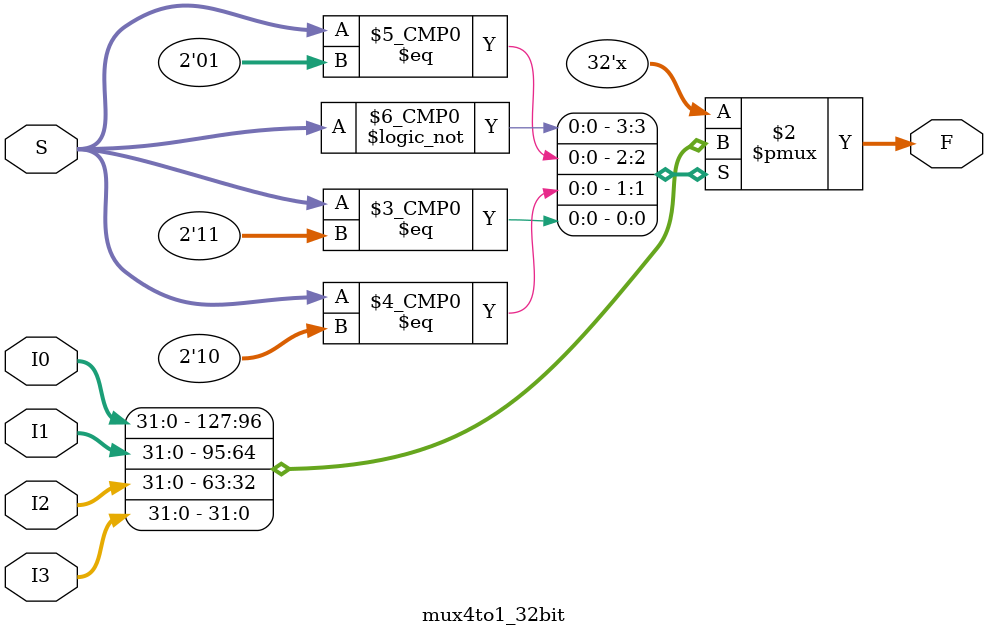
<source format=v>
module mux4to1_32bit(F, S, I0, I1, I2, I3);
	input [31:0] I0, I1, I2, I3;
	input [1:0] S;
	output reg [31:0] F;
	always @(*) begin
		case(S)
			2'b00: F <= I0;
			2'b01: F <= I1;
			2'b10: F <= I2;
			2'b11: F <= I3;
			default:F <= I0;
		endcase
	end
endmodule
</source>
